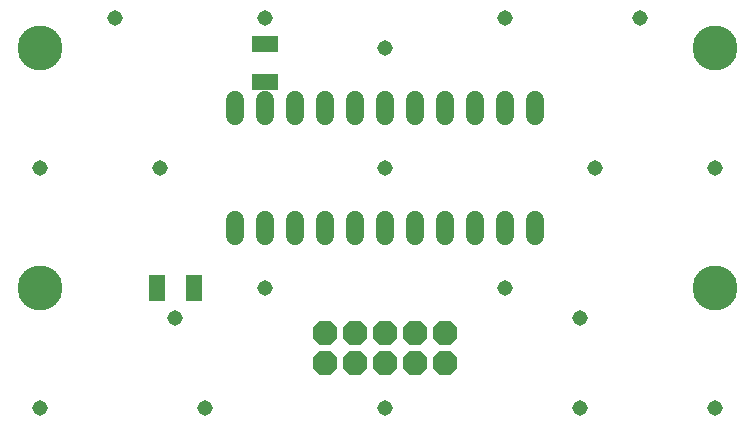
<source format=gts>
G75*
G70*
%OFA0B0*%
%FSLAX24Y24*%
%IPPOS*%
%LPD*%
%AMOC8*
5,1,8,0,0,1.08239X$1,22.5*
%
%ADD10C,0.0600*%
%ADD11OC8,0.0820*%
%ADD12C,0.1497*%
%ADD13R,0.0552X0.0867*%
%ADD14R,0.0867X0.0552*%
%ADD15C,0.0516*%
D10*
X008600Y006840D02*
X008600Y007360D01*
X009600Y007360D02*
X009600Y006840D01*
X010600Y006840D02*
X010600Y007360D01*
X011600Y007360D02*
X011600Y006840D01*
X012600Y006840D02*
X012600Y007360D01*
X013600Y007360D02*
X013600Y006840D01*
X014600Y006840D02*
X014600Y007360D01*
X015600Y007360D02*
X015600Y006840D01*
X016600Y006840D02*
X016600Y007360D01*
X017600Y007360D02*
X017600Y006840D01*
X018600Y006840D02*
X018600Y007360D01*
X018600Y010840D02*
X018600Y011360D01*
X017600Y011360D02*
X017600Y010840D01*
X016600Y010840D02*
X016600Y011360D01*
X015600Y011360D02*
X015600Y010840D01*
X014600Y010840D02*
X014600Y011360D01*
X013600Y011360D02*
X013600Y010840D01*
X012600Y010840D02*
X012600Y011360D01*
X011600Y011360D02*
X011600Y010840D01*
X010600Y010840D02*
X010600Y011360D01*
X009600Y011360D02*
X009600Y010840D01*
X008600Y010840D02*
X008600Y011360D01*
D11*
X011600Y003600D03*
X012600Y003600D03*
X013600Y003600D03*
X014600Y003600D03*
X015600Y003600D03*
X015600Y002600D03*
X014600Y002600D03*
X013600Y002600D03*
X012600Y002600D03*
X011600Y002600D03*
D12*
X002100Y005100D03*
X002100Y013100D03*
X024600Y013100D03*
X024600Y005100D03*
D13*
X007230Y005100D03*
X005970Y005100D03*
D14*
X009600Y011970D03*
X009600Y013230D03*
D15*
X002100Y001100D03*
X006600Y004100D03*
X009600Y005100D03*
X007600Y001100D03*
X013600Y001100D03*
X020100Y001100D03*
X024600Y001100D03*
X020100Y004100D03*
X017600Y005100D03*
X020600Y009100D03*
X024600Y009100D03*
X022100Y014100D03*
X017600Y014100D03*
X013600Y013100D03*
X009600Y014100D03*
X004600Y014100D03*
X006100Y009100D03*
X002100Y009100D03*
X013600Y009100D03*
M02*

</source>
